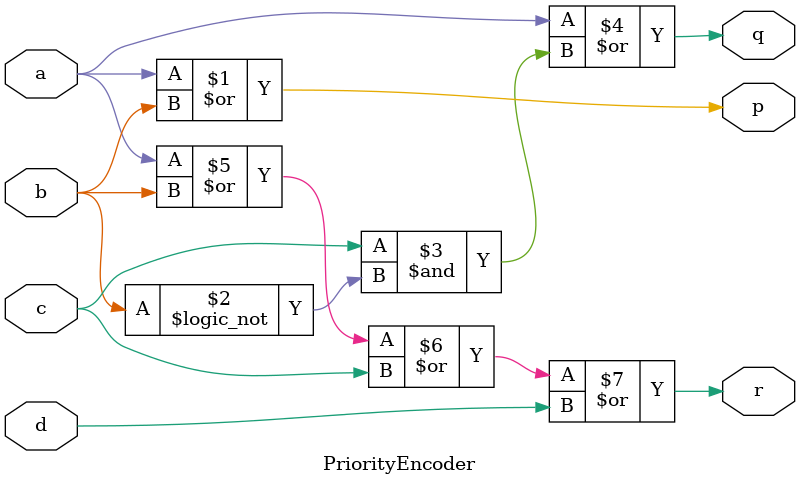
<source format=v>
`timescale 1ns/1ns
module PriorityEncoder (a,b,c,d,p,q,r);
    input a,b,c,d;
    output p,q,r;
    assign p = a|b;
    assign q = a|(c&(!(b)));
    assign r = a|b|c|d;
endmodule
</source>
